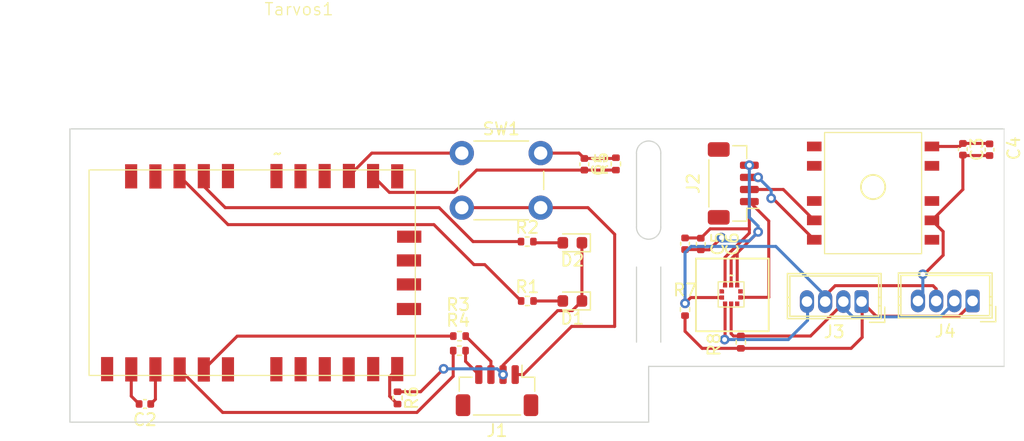
<source format=kicad_pcb>
(kicad_pcb (version 20240108) (generator "pcbnew") (generator_version "8.0")
  (layers (0 "F.Cu" signal) (31 "B.Cu" signal) (34 "B.Paste" user) (35 "F.Paste" user) (36 "B.SilkS" user "B.Silkscreen") (37 "F.SilkS" user "F.Silkscreen") (38 "B.Mask" user) (39 "F.Mask" user) (44 "Edge.Cuts" user))
  (net 0 "")
  (net 1 "GND")
  (net 2 "Net-(Tarvos1-MODE_1)")
  (net 3 "Net-(D1-A)")
  (net 4 "Net-(D2-A)")
  (net 5 "RX")
  (net 6 "TX")
  (net 7 "RX_GPS")
  (net 8 "TX_GPS")
  (net 9 "SCL_P")
  (net 10 "SDA_P")
  (net 17 "Net-(Tarvos1-TX_IND)")
  (net 18 "Net-(Tarvos1-RX_IND)")
  (net 19 "Net-(Tarvos1-UTXD)")
  (net 20 "Net-(Tarvos1-URXD)")
  (net 21 "Net-(Tarvos1-BOOT)")
  (net 41 "VDD_IO")
  (footprint "PA1010D:PA1010D" (layer "F.Cu") (at 158.2 50.9)
    (property "Reference" "PA1010D1" (hide yes))
    (property "Value" "~")
    (fp_rect (start 1 0) (end 9 -10) (stroke (width 0.1)) (fill none) (layer "F.SilkS"))
    (fp_circle (center 5 -5.5) (end 6 -5.5) (stroke (width 0.15)) (fill none) (layer "F.SilkS"))
    (pad "" np_thru_hole circle (at 5 -5.5) (size 1.6 1.6) (drill 1.6) (layers "F&B.Cu" "*.Mask"))
    (pad "1" smd rect (at 0.15 -8.85) (size 1.2 0.8) (layers "F.Cu" "F.Paste" "F.Mask"))
    (pad "2" smd rect (at 0.15 -7.25) (size 1.2 0.8) (layers "F.Cu" "F.Paste" "F.Mask"))
    (pad "3" smd rect (at 0.15 -4.35) (size 1.2 0.8) (layers "F.Cu" "F.Paste" "F.Mask"))
    (pad "4" smd rect (at 0.15 -2.75) (size 1.2 0.8) (layers "F.Cu" "F.Paste" "F.Mask") (net 8 "TX_GPS"))
    (pad "5" smd rect (at 0.15 -1.15) (size 1.2 0.8) (layers "F.Cu" "F.Paste" "F.Mask") (net 7 "RX_GPS"))
    (pad "6" smd rect (at 9.85 -1.15) (size 1.2 0.8) (layers "F.Cu" "F.Paste" "F.Mask"))
    (pad "7" smd rect (at 9.85 -2.75) (size 1.2 0.8) (layers "F.Cu" "F.Paste" "F.Mask") (net 1 "GND"))
    (pad "8" smd rect (at 9.85 -4.35) (size 1.2 0.8) (layers "F.Cu" "F.Paste" "F.Mask"))
    (pad "9" smd rect (at 9.85 -7.25) (size 1.2 0.8) (layers "F.Cu" "F.Paste" "F.Mask"))
    (pad "10" smd rect (at 9.85 -8.85) (size 1.2 0.8) (layers "F.Cu" "F.Paste" "F.Mask") (net 41 "VDD_IO"))
  )
  (footprint "Resistor_SMD:R_0402_1005Metric" (layer "F.Cu") (at 129.1 58.9 180)
    (property "Reference" "R3" (at 0.1 3.8 180) (layer "F.SilkS"))
    (property "Value" "1000" (hide yes))
    (fp_line (start -0.153641 0.38) (end 0.153641 0.38) (stroke (width 0.12)) (layer "F.SilkS"))
    (fp_line (start -0.153641 -0.38) (end 0.153641 -0.38) (stroke (width 0.12)) (layer "F.SilkS"))
    (pad "1" smd roundrect (at -0.51 0 180) (size 0.54 0.64) (layers "F.Cu" "F.Paste" "F.Mask") (net 6 "TX"))
    (pad "2" smd roundrect (at 0.51 0 180) (size 0.54 0.64) (layers "F.Cu" "F.Paste" "F.Mask") (net 19 "Net-(Tarvos1-UTXD)"))
  )
  (footprint "Resistor_SMD:R_0402_1005Metric" (layer "F.Cu") (at 129.11 57.7 180)
    (property "Reference" "R4" (at 0.11 1.3 180) (layer "F.SilkS"))
    (property "Value" "1000" (hide yes))
    (fp_line (start -0.153641 0.38) (end 0.153641 0.38) (stroke (width 0.12)) (layer "F.SilkS"))
    (fp_line (start -0.153641 -0.38) (end 0.153641 -0.38) (stroke (width 0.12)) (layer "F.SilkS"))
    (pad "1" smd roundrect (at -0.51 0 180) (size 0.54 0.64) (layers "F.Cu" "F.Paste" "F.Mask") (net 5 "RX"))
    (pad "2" smd roundrect (at 0.51 0 180) (size 0.54 0.64) (layers "F.Cu" "F.Paste" "F.Mask") (net 20 "Net-(Tarvos1-URXD)"))
  )
  (footprint "Connector_Wuerth:Wuerth_WR-WTB_64800411622_1x04_P1.50mm_Vertical" (layer "F.Cu") (at 171.4 54.8 180)
    (property "Reference" "J4" (at 2.25 -2.5 360) (layer "F.SilkS"))
    (property "Value" "Conn_01x04_Pin")
    (fp_line (start 6.11 2.31) (end 6.11 -1.41) (stroke (width 0.12)) (layer "F.SilkS"))
    (fp_line (start 6.11 -1.41) (end -1.61 -1.41) (stroke (width 0.12)) (layer "F.SilkS"))
    (fp_line (start 5.91 2.11) (end 5.91 0.35) (stroke (width 0.12)) (layer "F.SilkS"))
    (fp_line (start 5.91 0.35) (end 6.11 0.35) (stroke (width 0.12)) (layer "F.SilkS"))
    (fp_line (start 5.91 -0.35) (end 6.11 -0.35) (stroke (width 0.12)) (layer "F.SilkS"))
    (fp_line (start 5.91 -0.35) (end 5.91 0.35) (stroke (width 0.12)) (layer "F.SilkS"))
    (fp_line (start 5.91 -1.21) (end 5.91 -0.35) (stroke (width 0.12)) (layer "F.SilkS"))
    (fp_line (start -0.66 -1.71) (end -1.91 -1.71) (stroke (width 0.12)) (layer "F.SilkS"))
    (fp_line (start -1.41 2.11) (end 5.91 2.11) (stroke (width 0.12)) (layer "F.SilkS"))
    (fp_line (start -1.41 0.35) (end -1.41 2.11) (stroke (width 0.12)) (layer "F.SilkS"))
    (fp_line (start -1.41 0.35) (end -1.61 0.35) (stroke (width 0.12)) (layer "F.SilkS"))
    (fp_line (start -1.41 -0.35) (end -1.41 0.35) (stroke (width 0.12)) (layer "F.SilkS"))
    (fp_line (start -1.41 -0.35) (end -1.41 -1.21) (stroke (width 0.12)) (layer "F.SilkS"))
    (fp_line (start -1.41 -1.21) (end 5.91 -1.21) (stroke (width 0.12)) (layer "F.SilkS"))
    (fp_line (start -1.61 2.31) (end 6.11 2.31) (stroke (width 0.12)) (layer "F.SilkS"))
    (fp_line (start -1.61 -0.35) (end -1.41 -0.35) (stroke (width 0.12)) (layer "F.SilkS"))
    (fp_line (start -1.61 -1.41) (end -1.61 2.31) (stroke (width 0.12)) (layer "F.SilkS"))
    (fp_line (start -1.91 -1.71) (end -1.91 -0.46) (stroke (width 0.12)) (layer "F.SilkS"))
    (pad "1" thru_hole roundrect (at 0 0 180) (size 1.17 1.87) (drill 0.87) (layers "*.Cu" "*.Mask") (roundrect_rratio 0.213675) (net 41 "VDD_IO"))
    (pad "2" thru_hole oval (at 1.5 0 180) (size 1.17 1.87) (drill 0.87) (layers "*.Cu" "*.Mask") (net 10 "SDA_P"))
    (pad "3" thru_hole oval (at 3 0 180) (size 1.17 1.87) (drill 0.87) (layers "*.Cu" "*.Mask") (net 9 "SCL_P"))
    (pad "4" thru_hole oval (at 4.5 0 180) (size 1.17 1.87) (drill 0.87) (layers "*.Cu" "*.Mask") (net 1 "GND"))
  )
  (footprint "Capacitor_SMD:C_0402_1005Metric" (layer "F.Cu") (at 103.18 63.3 180)
    (property "Reference" "C2" (at 0 -1.3 360) (layer "F.SilkS"))
    (property "Value" "100u")
    (fp_line (start -0.107836 0.36) (end 0.107836 0.36) (stroke (width 0.12)) (layer "F.SilkS"))
    (fp_line (start -0.107836 -0.36) (end 0.107836 -0.36) (stroke (width 0.12)) (layer "F.SilkS"))
    (pad "1" smd roundrect (at -0.48 0 180) (size 0.56 0.62) (layers "F.Cu" "F.Paste" "F.Mask") (net 41 "VDD_IO"))
    (pad "2" smd roundrect (at 0.48 0 180) (size 0.56 0.62) (layers "F.Cu" "F.Paste" "F.Mask") (net 1 "GND"))
  )
  (footprint "Capacitor_SMD:C_0402_1005Metric" (layer "F.Cu") (at 149 50.1 90)
    (property "Reference" "C6" (at 0 2.6 90) (layer "F.SilkS"))
    (property "Value" "100n" (hide yes))
    (fp_line (start -0.107836 -0.36) (end 0.107836 -0.36) (stroke (width 0.12)) (layer "F.SilkS"))
    (fp_line (start -0.107836 0.36) (end 0.107836 0.36) (stroke (width 0.12)) (layer "F.SilkS"))
    (pad "1" smd roundrect (at -0.48 0 90) (size 0.56 0.62) (layers "F.Cu" "F.Paste" "F.Mask") (net 1 "GND"))
    (pad "2" smd roundrect (at 0.48 0 90) (size 0.56 0.62) (layers "F.Cu" "F.Paste" "F.Mask") (net 41 "VDD_IO"))
  )
  (footprint "WSEN-PADS:WSEN-PADS" (layer "F.Cu") (at 151.6 54.98)
    (property "Reference" "WSEN-PADS1" (hide yes))
    (property "Value" "~" (at -0.07 -2.3 0) (layer "F.SilkS") (effects (font (size 0.5 0.5) (thickness 0.125))))
    (fp_rect (start -1.17 -1.76) (end 0.96 0.32) (stroke (width 0.1)) (fill none) (layer "F.SilkS"))
    (pad "1" smd roundrect (at -0.87 -0.97 180) (size 0.375 0.35) (layers "F.Cu" "F.Paste" "F.Mask") (roundrect_rratio 0) (chamfer_ratio 0.2) (chamfer bottom_left) (net 41 "VDD_IO"))
    (pad "2" smd roundrect (at -0.87 -0.46 180) (size 0.375 0.35) (layers "F.Cu" "F.Paste" "F.Mask") (roundrect_rratio 0) (chamfer_ratio 0.2) (chamfer) (net 9 "SCL_P"))
    (pad "3" smd roundrect (at -0.6 0.05 90) (size 0.375 0.35) (layers "F.Cu" "F.Paste" "F.Mask") (roundrect_rratio 0) (chamfer_ratio 0.2) (chamfer) (net 1 "GND"))
    (pad "4" smd roundrect (at -0.1 0.05 90) (size 0.375 0.35) (layers "F.Cu" "F.Paste" "F.Mask") (roundrect_rratio 0) (chamfer_ratio 0.2) (chamfer) (net 10 "SDA_P"))
    (pad "5" smd roundrect (at 0.4 0.05 90) (size 0.375 0.35) (layers "F.Cu" "F.Paste" "F.Mask") (roundrect_rratio 0) (chamfer_ratio 0.2) (chamfer))
    (pad "6" smd roundrect (at 0.67 -0.47 180) (size 0.375 0.35) (layers "F.Cu" "F.Paste" "F.Mask") (roundrect_rratio 0) (chamfer_ratio 0.2) (chamfer) (net 41 "VDD_IO"))
    (pad "7" smd roundrect (at 0.67 -0.97 180) (size 0.375 0.35) (layers "F.Cu" "F.Paste" "F.Mask") (roundrect_rratio 0) (chamfer_ratio 0.2) (chamfer))
    (pad "8" smd roundrect (at 0.4 -1.48 90) (size 0.375 0.35) (layers "F.Cu" "F.Paste" "F.Mask") (roundrect_rratio 0) (chamfer_ratio 0.2) (chamfer) (net 1 "GND"))
    (pad "9" smd roundrect (at -0.1 -1.48 90) (size 0.375 0.35) (layers "F.Cu" "F.Paste" "F.Mask") (roundrect_rratio 0) (chamfer_ratio 0.2) (chamfer) (net 1 "GND"))
    (pad "10" smd roundrect (at -0.6 -1.48 90) (size 0.375 0.35) (layers "F.Cu" "F.Paste" "F.Mask") (roundrect_rratio 0) (chamfer_ratio 0.2) (chamfer) (net 41 "VDD_IO"))
  )
  (footprint "Capacitor_SMD:C_0402_1005Metric" (layer "F.Cu") (at 139.4 43.52 -90)
    (property "Reference" "C1" (at 0 -1.16 90) (layer "F.SilkS"))
    (property "Value" "10n" (hide yes))
    (fp_line (start -0.107836 0.36) (end 0.107836 0.36) (stroke (width 0.12)) (layer "F.SilkS"))
    (fp_line (start -0.107836 -0.36) (end 0.107836 -0.36) (stroke (width 0.12)) (layer "F.SilkS"))
    (pad "1" smd roundrect (at -0.48 0 270) (size 0.56 0.62) (layers "F.Cu" "F.Paste" "F.Mask") (net 2 "Net-(Tarvos1-MODE_1)"))
    (pad "2" smd roundrect (at 0.48 0 270) (size 0.56 0.62) (layers "F.Cu" "F.Paste" "F.Mask") (net 1 "GND"))
  )
  (footprint "Connector_Wuerth:Wuerth_WR-WTB_64800411622_1x04_P1.50mm_Vertical" (layer "F.Cu") (at 162.25 54.85 180)
    (property "Reference" "J3" (at 2.25 -2.5 360) (layer "F.SilkS"))
    (property "Value" "Conn_01x04_Pin")
    (fp_line (start 6.11 2.31) (end 6.11 -1.41) (stroke (width 0.12)) (layer "F.SilkS"))
    (fp_line (start 6.11 -1.41) (end -1.61 -1.41) (stroke (width 0.12)) (layer "F.SilkS"))
    (fp_line (start 5.91 2.11) (end 5.91 0.35) (stroke (width 0.12)) (layer "F.SilkS"))
    (fp_line (start 5.91 0.35) (end 6.11 0.35) (stroke (width 0.12)) (layer "F.SilkS"))
    (fp_line (start 5.91 -0.35) (end 6.11 -0.35) (stroke (width 0.12)) (layer "F.SilkS"))
    (fp_line (start 5.91 -0.35) (end 5.91 0.35) (stroke (width 0.12)) (layer "F.SilkS"))
    (fp_line (start 5.91 -1.21) (end 5.91 -0.35) (stroke (width 0.12)) (layer "F.SilkS"))
    (fp_line (start -0.66 -1.71) (end -1.91 -1.71) (stroke (width 0.12)) (layer "F.SilkS"))
    (fp_line (start -1.41 2.11) (end 5.91 2.11) (stroke (width 0.12)) (layer "F.SilkS"))
    (fp_line (start -1.41 0.35) (end -1.41 2.11) (stroke (width 0.12)) (layer "F.SilkS"))
    (fp_line (start -1.41 0.35) (end -1.61 0.35) (stroke (width 0.12)) (layer "F.SilkS"))
    (fp_line (start -1.41 -0.35) (end -1.41 0.35) (stroke (width 0.12)) (layer "F.SilkS"))
    (fp_line (start -1.41 -0.35) (end -1.41 -1.21) (stroke (width 0.12)) (layer "F.SilkS"))
    (fp_line (start -1.41 -1.21) (end 5.91 -1.21) (stroke (width 0.12)) (layer "F.SilkS"))
    (fp_line (start -1.61 2.31) (end 6.11 2.31) (stroke (width 0.12)) (layer "F.SilkS"))
    (fp_line (start -1.61 -0.35) (end -1.41 -0.35) (stroke (width 0.12)) (layer "F.SilkS"))
    (fp_line (start -1.61 -1.41) (end -1.61 2.31) (stroke (width 0.12)) (layer "F.SilkS"))
    (fp_line (start -1.91 -1.71) (end -1.91 -0.46) (stroke (width 0.12)) (layer "F.SilkS"))
    (pad "1" thru_hole roundrect (at 0 0 180) (size 1.17 1.87) (drill 0.87) (layers "*.Cu" "*.Mask") (roundrect_rratio 0.213675) (net 41 "VDD_IO"))
    (pad "2" thru_hole oval (at 1.5 0 180) (size 1.17 1.87) (drill 0.87) (layers "*.Cu" "*.Mask") (net 10 "SDA_P"))
    (pad "3" thru_hole oval (at 3 0 180) (size 1.17 1.87) (drill 0.87) (layers "*.Cu" "*.Mask") (net 9 "SCL_P"))
    (pad "4" thru_hole oval (at 4.5 0 180) (size 1.17 1.87) (drill 0.87) (layers "*.Cu" "*.Mask") (net 1 "GND"))
  )
  (footprint "Capacitor_SMD:C_0402_1005Metric" (layer "F.Cu") (at 172.8 42.32 -90)
    (property "Reference" "C4" (at -0.12 -2 90) (layer "F.SilkS"))
    (property "Value" "100u")
    (fp_line (start -0.107836 0.36) (end 0.107836 0.36) (stroke (width 0.12)) (layer "F.SilkS"))
    (fp_line (start -0.107836 -0.36) (end 0.107836 -0.36) (stroke (width 0.12)) (layer "F.SilkS"))
    (pad "1" smd roundrect (at -0.48 0 270) (size 0.56 0.62) (layers "F.Cu" "F.Paste" "F.Mask") (net 41 "VDD_IO"))
    (pad "2" smd roundrect (at 0.48 0 270) (size 0.56 0.62) (layers "F.Cu" "F.Paste" "F.Mask") (net 1 "GND"))
  )
  (footprint "Resistor_SMD:R_0402_1005Metric" (layer "F.Cu") (at 134.7 54.8)
    (property "Reference" "R1" (at 0 -1.17 0) (layer "F.SilkS"))
    (property "Value" "220")
    (fp_line (start -0.153641 -0.38) (end 0.153641 -0.38) (stroke (width 0.12)) (layer "F.SilkS"))
    (fp_line (start -0.153641 0.38) (end 0.153641 0.38) (stroke (width 0.12)) (layer "F.SilkS"))
    (pad "1" smd roundrect (at -0.51 0) (size 0.54 0.64) (layers "F.Cu" "F.Paste" "F.Mask") (net 17 "Net-(Tarvos1-TX_IND)"))
    (pad "2" smd roundrect (at 0.51 0) (size 0.54 0.64) (layers "F.Cu" "F.Paste" "F.Mask") (net 3 "Net-(D1-A)"))
  )
  (footprint "Resistor_SMD:R_0402_1005Metric" (layer "F.Cu") (at 124 62.8 -90)
    (property "Reference" "R6" (at 0 -1.17 90) (layer "F.SilkS"))
    (property "Value" "220" (hide yes))
    (fp_line (start -0.153641 0.38) (end 0.153641 0.38) (stroke (width 0.12)) (layer "F.SilkS"))
    (fp_line (start -0.153641 -0.38) (end 0.153641 -0.38) (stroke (width 0.12)) (layer "F.SilkS"))
    (pad "1" smd roundrect (at -0.51 0 270) (size 0.54 0.64) (layers "F.Cu" "F.Paste" "F.Mask") (net 1 "GND"))
    (pad "2" smd roundrect (at 0.51 0 270) (size 0.54 0.64) (layers "F.Cu" "F.Paste" "F.Mask") (net 21 "Net-(Tarvos1-BOOT)"))
  )
  (footprint "Connector_JST:JST_SH_BM04B-SRSS-TB_1x04-1MP_P1.00mm_Vertical" (layer "F.Cu") (at 132.2 62.2 180)
    (property "Reference" "J1" (at 0 -3.3 360) (layer "F.SilkS"))
    (property "Value" "Conn_01x04_Pin" (hide yes))
    (fp_line (start 3.11 1.11) (end 2.06 1.11) (stroke (width 0.12)) (layer "F.SilkS"))
    (fp_line (start 3.11 -0.04) (end 3.11 1.11) (stroke (width 0.12)) (layer "F.SilkS"))
    (fp_line (start -1.94 -2.01) (end 1.94 -2.01) (stroke (width 0.12)) (layer "F.SilkS"))
    (fp_line (start -2.06 1.11) (end -2.06 2.1) (stroke (width 0.12)) (layer "F.SilkS"))
    (fp_line (start -3.11 1.11) (end -2.06 1.11) (stroke (width 0.12)) (layer "F.SilkS"))
    (fp_line (start -3.11 -0.04) (end -3.11 1.11) (stroke (width 0.12)) (layer "F.SilkS"))
    (pad "1" smd roundrect (at -1.5 1.325 180) (size 0.6 1.55) (layers "F.Cu" "F.Paste" "F.Mask") (net 41 "VDD_IO"))
    (pad "2" smd roundrect (at -0.5 1.325 180) (size 0.6 1.55) (layers "F.Cu" "F.Paste" "F.Mask") (net 1 "GND"))
    (pad "3" smd roundrect (at 0.5 1.325 180) (size 0.6 1.55) (layers "F.Cu" "F.Paste" "F.Mask") (net 5 "RX"))
    (pad "4" smd roundrect (at 1.5 1.325 180) (size 0.6 1.55) (layers "F.Cu" "F.Paste" "F.Mask") (net 6 "TX"))
    (pad "MP" smd roundrect (at -2.8 -1.2 180) (size 1.2 1.8) (layers "F.Cu" "F.Paste" "F.Mask") (roundrect_rratio 0.208333))
    (pad "MP" smd roundrect (at 2.8 -1.2 180) (size 1.2 1.8) (layers "F.Cu" "F.Paste" "F.Mask") (roundrect_rratio 0.208333))
  )
  (footprint "Resistor_SMD:R_0402_1005Metric" (layer "F.Cu") (at 134.69 49.9)
    (property "Reference" "R2" (at 0 -1.17 0) (layer "F.SilkS"))
    (property "Value" "220")
    (fp_line (start -0.153641 -0.38) (end 0.153641 -0.38) (stroke (width 0.12)) (layer "F.SilkS"))
    (fp_line (start -0.153641 0.38) (end 0.153641 0.38) (stroke (width 0.12)) (layer "F.SilkS"))
    (pad "1" smd roundrect (at -0.51 0) (size 0.54 0.64) (layers "F.Cu" "F.Paste" "F.Mask") (net 18 "Net-(Tarvos1-RX_IND)"))
    (pad "2" smd roundrect (at 0.51 0) (size 0.54 0.64) (layers "F.Cu" "F.Paste" "F.Mask") (net 4 "Net-(D2-A)"))
  )
  (footprint "Tarvos III:Tarvos III" (layer "F.Cu") (at 115.885 35.595)
    (property "Reference" "Tarvos1" (at 0 -4.87 0) (layer "F.SilkS") (effects (font (thickness 0.1))))
    (property "Value" "~" (at -1.77 7.03 0) (layer "F.SilkS"))
    (fp_rect (start -17.31 8.39) (end 9.58 25.35) (stroke (width 0.1)) (fill none) (layer "F.SilkS"))
    (pad "1" smd rect (at -15.82 24.83) (size 1 2) (layers "F.Cu" "F.Paste" "F.Mask"))
    (pad "2" smd rect (at -13.83 24.85) (size 1 2) (layers "F.Cu" "F.Paste" "F.Mask") (net 1 "GND"))
    (pad "3" smd rect (at -11.84 24.85) (size 1 2) (layers "F.Cu" "F.Paste" "F.Mask") (net 41 "VDD_IO"))
    (pad "4" smd rect (at -9.84 24.86) (size 1 2) (layers "F.Cu" "F.Paste" "F.Mask") (net 19 "Net-(Tarvos1-UTXD)"))
    (pad "5" smd rect (at -7.85 24.86) (size 1 2) (layers "F.Cu" "F.Paste" "F.Mask") (net 20 "Net-(Tarvos1-URXD)"))
    (pad "6" smd rect (at -5.86 24.85) (size 1 2) (layers "F.Cu" "F.Paste" "F.Mask"))
    (pad "7" smd rect (at -1.87 24.84) (size 1 2) (layers "F.Cu" "F.Paste" "F.Mask"))
    (pad "8" smd rect (at 0.13 24.84) (size 1 2) (layers "F.Cu" "F.Paste" "F.Mask"))
    (pad "9" smd rect (at 2.12 24.84) (size 1 2) (layers "F.Cu" "F.Paste" "F.Mask"))
    (pad "10" smd rect (at 4.09 24.85) (size 1 2) (layers "F.Cu" "F.Paste" "F.Mask"))
    (pad "11" smd rect (at 6.11 24.83) (size 1 2) (layers "F.Cu" "F.Paste" "F.Mask"))
    (pad "12" smd rect (at 8.09 24.83) (size 1 2) (layers "F.Cu" "F.Paste" "F.Mask") (net 21 "Net-(Tarvos1-BOOT)"))
    (pad "13" smd rect (at 8.09 8.92) (size 1 2) (layers "F.Cu" "F.Paste" "F.Mask"))
    (pad "14" smd rect (at 6.1 8.9) (size 1 2) (layers "F.Cu" "F.Paste" "F.Mask") (net 1 "GND"))
    (pad "15" smd rect (at 4.11 8.89) (size 1 2) (layers "F.Cu" "F.Paste" "F.Mask") (net 2 "Net-(Tarvos1-MODE_1)"))
    (pad "16" smd rect (at 2.11 8.9) (size 1 2) (layers "F.Cu" "F.Paste" "F.Mask"))
    (pad "17" smd rect (at 0.12 8.91) (size 1 2) (layers "F.Cu" "F.Paste" "F.Mask"))
    (pad "18" smd rect (at -1.86 8.9) (size 1 2) (layers "F.Cu" "F.Paste" "F.Mask"))
    (pad "19" smd rect (at -5.86 8.9) (size 1 2) (layers "F.Cu" "F.Paste" "F.Mask"))
    (pad "20" smd rect (at -7.85 8.91) (size 1 2) (layers "F.Cu" "F.Paste" "F.Mask") (net 18 "Net-(Tarvos1-RX_IND)"))
    (pad "21" smd rect (at -9.85 8.91) (size 1 2) (layers "F.Cu" "F.Paste" "F.Mask") (net 17 "Net-(Tarvos1-TX_IND)"))
    (pad "22" smd rect (at -11.84 8.93) (size 1 2) (layers "F.Cu" "F.Paste" "F.Mask"))
    (pad "23" smd rect (at -13.84 8.92) (size 1 2) (layers "F.Cu" "F.Paste" "F.Mask") (net 1 "GND"))
    (pad "i1" smd rect (at 9.06 19.87 90) (size 1 2) (layers "F.Cu" "F.Paste" "F.Mask"))
    (pad "i2" smd rect (at 9.06 17.84 90) (size 1 2) (layers "F.Cu" "F.Paste" "F.Mask"))
    (pad "i3" smd rect (at 9.06 15.86 90) (size 1 2) (layers "F.Cu" "F.Paste" "F.Mask"))
    (pad "i4" smd rect (at 9.08 13.9 90) (size 1 2) (layers "F.Cu" "F.Paste" "F.Mask"))
  )
  (footprint "Capacitor_SMD:C_0402_1005Metric" (layer "F.Cu") (at 170.6 42.28 -90)
    (property "Reference" "C3" (at 0 -1.16 90) (layer "F.SilkS"))
    (property "Value" "100u")
    (fp_line (start -0.107836 0.36) (end 0.107836 0.36) (stroke (width 0.12)) (layer "F.SilkS"))
    (fp_line (start -0.107836 -0.36) (end 0.107836 -0.36) (stroke (width 0.12)) (layer "F.SilkS"))
    (pad "1" smd roundrect (at -0.48 0 270) (size 0.56 0.62) (layers "F.Cu" "F.Paste" "F.Mask") (net 41 "VDD_IO"))
    (pad "2" smd roundrect (at 0.48 0 270) (size 0.56 0.62) (layers "F.Cu" "F.Paste" "F.Mask") (net 1 "GND"))
  )
  (footprint "Resistor_SMD:R_0402_1005Metric" (layer "F.Cu") (at 152.3 58.2 90)
    (property "Reference" "R8" (at -0.2 -2.2 90) (layer "F.SilkS"))
    (property "Value" "2.2k")
    (fp_line (start -0.153641 -0.38) (end 0.153641 -0.38) (stroke (width 0.12)) (layer "F.SilkS"))
    (fp_line (start -0.153641 0.38) (end 0.153641 0.38) (stroke (width 0.12)) (layer "F.SilkS"))
    (pad "1" smd roundrect (at -0.51 0 90) (size 0.54 0.64) (layers "F.Cu" "F.Paste" "F.Mask") (net 41 "VDD_IO"))
    (pad "2" smd roundrect (at 0.51 0 90) (size 0.54 0.64) (layers "F.Cu" "F.Paste" "F.Mask") (net 10 "SDA_P"))
  )
  (footprint "Capacitor_SMD:C_0402_1005Metric" (layer "F.Cu") (at 147.7 50.08 90)
    (property "Reference" "C5" (at 0 2.7 90) (layer "F.SilkS"))
    (property "Value" "4.7u" (hide yes))
    (fp_line (start -0.107836 -0.36) (end 0.107836 -0.36) (stroke (width 0.12)) (layer "F.SilkS"))
    (fp_line (start -0.107836 0.36) (end 0.107836 0.36) (stroke (width 0.12)) (layer "F.SilkS"))
    (pad "1" smd roundrect (at -0.48 0 90) (size 0.56 0.62) (layers "F.Cu" "F.Paste" "F.Mask") (net 1 "GND"))
    (pad "2" smd roundrect (at 0.48 0 90) (size 0.56 0.62) (layers "F.Cu" "F.Paste" "F.Mask") (net 41 "VDD_IO"))
  )
  (footprint "LED_SMD:LED_0603_1608Metric" (layer "F.Cu") (at 138.4125 50 180)
    (property "Reference" "D2" (at 0 -1.43 360) (layer "F.SilkS"))
    (property "Value" "LED_Small")
    (fp_line (start 0.8 -0.735) (end -1.485 -0.735) (stroke (width 0.12)) (layer "F.SilkS"))
    (fp_line (start -1.485 0.735) (end 0.8 0.735) (stroke (width 0.12)) (layer "F.SilkS"))
    (fp_line (start -1.485 -0.735) (end -1.485 0.735) (stroke (width 0.12)) (layer "F.SilkS"))
    (pad "1" smd roundrect (at -0.7875 0 180) (size 0.875 0.95) (layers "F.Cu" "F.Paste" "F.Mask") (net 1 "GND"))
    (pad "2" smd roundrect (at 0.7875 0 180) (size 0.875 0.95) (layers "F.Cu" "F.Paste" "F.Mask") (net 4 "Net-(D2-A)"))
  )
  (footprint "Button_Switch_THT:SW_PUSH_6mm" (layer "F.Cu") (at 129.3 42.6)
    (property "Reference" "SW1" (at 3.25 -2 0) (layer "F.SilkS"))
    (property "Value" "SW_Push")
    (fp_line (start -0.25 1.5) (end -0.25 3) (stroke (width 0.12)) (layer "F.SilkS"))
    (fp_line (start 1 5.5) (end 5.5 5.5) (stroke (width 0.12)) (layer "F.SilkS"))
    (fp_line (start 5.5 -1) (end 1 -1) (stroke (width 0.12)) (layer "F.SilkS"))
    (fp_line (start 6.75 3) (end 6.75 1.5) (stroke (width 0.12)) (layer "F.SilkS"))
    (pad "1" thru_hole circle (at 0 0 90) (size 2 2) (drill 1.1) (layers "*.Cu" "*.Mask") (net 2 "Net-(Tarvos1-MODE_1)"))
    (pad "1" thru_hole circle (at 6.5 0 90) (size 2 2) (drill 1.1) (layers "*.Cu" "*.Mask") (net 2 "Net-(Tarvos1-MODE_1)"))
    (pad "2" thru_hole circle (at 0 4.5 90) (size 2 2) (drill 1.1) (layers "*.Cu" "*.Mask") (net 41 "VDD_IO"))
    (pad "2" thru_hole circle (at 6.5 4.5 90) (size 2 2) (drill 1.1) (layers "*.Cu" "*.Mask") (net 41 "VDD_IO"))
  )
  (footprint "LED_SMD:LED_0603_1608Metric" (layer "F.Cu") (at 138.4125 54.8 180)
    (property "Reference" "D1" (at 0 -1.43 360) (layer "F.SilkS"))
    (property "Value" "LED_Small")
    (fp_line (start 0.8 -0.735) (end -1.485 -0.735) (stroke (width 0.12)) (layer "F.SilkS"))
    (fp_line (start -1.485 0.735) (end 0.8 0.735) (stroke (width 0.12)) (layer "F.SilkS"))
    (fp_line (start -1.485 -0.735) (end -1.485 0.735) (stroke (width 0.12)) (layer "F.SilkS"))
    (pad "1" smd roundrect (at -0.7875 0 180) (size 0.875 0.95) (layers "F.Cu" "F.Paste" "F.Mask") (net 1 "GND"))
    (pad "2" smd roundrect (at 0.7875 0 180) (size 0.875 0.95) (layers "F.Cu" "F.Paste" "F.Mask") (net 3 "Net-(D1-A)"))
  )
  (footprint "Connector_JST:JST_SH_BM04B-SRSS-TB_1x04-1MP_P1.00mm_Vertical" (layer "F.Cu") (at 151.675 45.1 90)
    (property "Reference" "J2" (at 0 -3.3 90) (layer "F.SilkS"))
    (property "Value" "Conn_01x04_Pin")
    (fp_line (start -1.94 -2.01) (end 1.94 -2.01) (stroke (width 0.12)) (layer "F.SilkS"))
    (fp_line (start 3.11 -0.04) (end 3.11 1.11) (stroke (width 0.12)) (layer "F.SilkS"))
    (fp_line (start -3.11 -0.04) (end -3.11 1.11) (stroke (width 0.12)) (layer "F.SilkS"))
    (fp_line (start 3.11 1.11) (end 2.06 1.11) (stroke (width 0.12)) (layer "F.SilkS"))
    (fp_line (start -2.06 1.11) (end -2.06 2.1) (stroke (width 0.12)) (layer "F.SilkS"))
    (fp_line (start -3.11 1.11) (end -2.06 1.11) (stroke (width 0.12)) (layer "F.SilkS"))
    (pad "1" smd roundrect (at -1.5 1.325 90) (size 0.6 1.55) (layers "F.Cu" "F.Paste" "F.Mask") (net 41 "VDD_IO"))
    (pad "2" smd roundrect (at -0.5 1.325 90) (size 0.6 1.55) (layers "F.Cu" "F.Paste" "F.Mask") (net 8 "TX_GPS"))
    (pad "3" smd roundrect (at 0.5 1.325 90) (size 0.6 1.55) (layers "F.Cu" "F.Paste" "F.Mask") (net 7 "RX_GPS"))
    (pad "4" smd roundrect (at 1.5 1.325 90) (size 0.6 1.55) (layers "F.Cu" "F.Paste" "F.Mask") (net 1 "GND"))
    (pad "MP" smd roundrect (at -2.8 -1.2 90) (size 1.2 1.8) (layers "F.Cu" "F.Paste" "F.Mask") (roundrect_rratio 0.208333))
    (pad "MP" smd roundrect (at 2.8 -1.2 90) (size 1.2 1.8) (layers "F.Cu" "F.Paste" "F.Mask") (roundrect_rratio 0.208333))
  )
  (footprint "Resistor_SMD:R_0402_1005Metric" (layer "F.Cu") (at 142 43.49 90)
    (property "Reference" "R5" (at 0 -1.17 90) (layer "F.SilkS"))
    (property "Value" "10k" (hide yes))
    (fp_line (start -0.153641 -0.38) (end 0.153641 -0.38) (stroke (width 0.12)) (layer "F.SilkS"))
    (fp_line (start -0.153641 0.38) (end 0.153641 0.38) (stroke (width 0.12)) (layer "F.SilkS"))
    (pad "1" smd roundrect (at -0.51 0 90) (size 0.54 0.64) (layers "F.Cu" "F.Paste" "F.Mask") (net 1 "GND"))
    (pad "2" smd roundrect (at 0.51 0 90) (size 0.54 0.64) (layers "F.Cu" "F.Paste" "F.Mask") (net 2 "Net-(Tarvos1-MODE_1)"))
  )
  (footprint "Resistor_SMD:R_0402_1005Metric" (layer "F.Cu") (at 147.7 55.5 -90)
    (property "Reference" "R7" (at -1.6 0 180) (layer "F.SilkS"))
    (property "Value" "2.2k")
    (fp_line (start -0.153641 0.38) (end 0.153641 0.38) (stroke (width 0.12)) (layer "F.SilkS"))
    (fp_line (start -0.153641 -0.38) (end 0.153641 -0.38) (stroke (width 0.12)) (layer "F.SilkS"))
    (pad "1" smd roundrect (at -0.51 0 270) (size 0.54 0.64) (layers "F.Cu" "F.Paste" "F.Mask") (net 9 "SCL_P"))
    (pad "2" smd roundrect (at 0.51 0 270) (size 0.54 0.64) (layers "F.Cu" "F.Paste" "F.Mask") (net 41 "VDD_IO"))
  )
  (gr_rect (start 148.6 51.3) (end 154.6 57.3) (stroke (width 0.15)) (fill none) (layer "F.SilkS"))
  (gr_line (start 143.7 42.6) (end 143.7 48.7) (stroke (width 0.1)) (layer "Edge.Cuts"))
  (gr_line (start 97 40.6) (end 174 40.6) (stroke (width 0.1)) (layer "Edge.Cuts"))
  (gr_line (start 144.7 64.8) (end 97 64.8) (stroke (width 0.1)) (layer "Edge.Cuts"))
  (gr_line (start 97 64.8) (end 97 40.6) (stroke (width 0.1)) (layer "Edge.Cuts"))
  (gr_line (start 174 40.6) (end 174 60.2) (stroke (width 0.05)) (layer "Edge.Cuts"))
  (gr_arc (start 145.704987 48.7) (mid 144.7 49.704987) (end 143.695013 48.7) (stroke (width 0.1)) (layer "Edge.Cuts"))
  (gr_line (start 143.7 52) (end 143.7 58.2) (stroke (width 0.1)) (layer "Edge.Cuts"))
  (gr_line (start 174 60.2) (end 144.7 60.2) (stroke (width 0.1)) (layer "Edge.Cuts"))
  (gr_line (start 144.7 64.8) (end 144.7 60.2) (stroke (width 0.1)) (layer "Edge.Cuts"))
  (gr_line (start 145.7 42.6) (end 145.7 48.7) (stroke (width 0.1)) (layer "Edge.Cuts"))
  (gr_arc (start 143.695013 42.604987) (mid 144.7 41.6) (end 145.704987 42.604987) (stroke (width 0.1)) (layer "Edge.Cuts"))
  (gr_line (start 145.7 52) (end 145.7 58.2) (stroke (width 0.1)) (layer "Edge.Cuts"))
  (segment (start 139.4 44) (end 142 44) (width 0.25) (layer "F.Cu") (net 1))
  (segment (start 132.7 60.875) (end 132.7 60.100001) (width 0.25) (layer "F.Cu") (net 1))
  (segment (start 125.91 62.29) (end 127.8 60.4) (width 0.25) (layer "F.Cu") (net 1))
  (segment (start 151 57.946114) (end 150.961113 57.985001) (width 0.25) (layer "F.Cu") (net 1))
  (segment (start 168.975 49.075) (end 168.975 51.025) (width 0.25) (layer "F.Cu") (net 1))
  (segment (start 170.64 42.8) (end 170.6 42.76) (width 0.25) (layer "F.Cu") (net 1))
  (segment (start 151 55.03) (end 151 57.946114) (width 0.25) (layer "F.Cu") (net 1))
  (segment (start 147.7 50.56) (end 148.98 50.56) (width 0.25) (layer "F.Cu") (net 1))
  (segment (start 148.98 50.56) (end 149 50.58) (width 0.25) (layer "F.Cu") (net 1))
  (segment (start 152 50.836396) (end 152.018198 50.818198) (width 0.25) (layer "F.Cu") (net 1))
  (segment (start 152.018198 50.818198) (end 153.725 49.111396) (width 0.25) (layer "F.Cu") (net 1))
  (segment (start 138.4 55.6) (end 139.2 54.8) (width 0.25) (layer "F.Cu") (net 1))
  (segment (start 139.2 54.8) (end 139.2 50) (width 0.25) (layer "F.Cu") (net 1))
  (segment (start 128.686167 45.84) (end 130.526167 44) (width 0.25) (layer "F.Cu") (net 1))
  (segment (start 151.5 51.336396) (end 152.018198 50.818198) (width 0.25) (layer "F.Cu") (net 1))
  (segment (start 172.8 42.8) (end 170.64 42.8) (width 0.25) (layer "F.Cu") (net 1))
  (segment (start 132.7 60.100001) (end 137.200001 55.6) (width 0.25) (layer "F.Cu") (net 1))
  (segment (start 170.6 45.6) (end 170.6 42.76) (width 0.25) (layer "F.Cu") (net 1))
  (segment (start 151.5 53.5) (end 151.5 51.336396) (width 0.25) (layer "F.Cu") (net 1))
  (segment (start 149 50.58) (end 149.695 50.58) (width 0.25) (layer "F.Cu") (net 1))
  (segment (start 124 62.29) (end 125.91 62.29) (width 0.25) (layer "F.Cu") (net 1))
  (segment (start 152 53.5) (end 152 50.836396) (width 0.25) (layer "F.Cu") (net 1))
  (segment (start 121.985 44.495) (end 123.33 45.84) (width 0.25) (layer "F.Cu") (net 1))
  (segment (start 153.725 49.111396) (end 153.725 49.1) (width 0.25) (layer "F.Cu") (net 1))
  (segment (start 102.055 62.655) (end 102.7 63.3) (width 0.25) (layer "F.Cu") (net 1))
  (segment (start 123.33 45.84) (end 128.686167 45.84) (width 0.25) (layer "F.Cu") (net 1))
  (segment (start 168.975 51.025) (end 167.4 52.6) (width 0.25) (layer "F.Cu") (net 1))
  (segment (start 130.526167 44) (end 139.4 44) (width 0.25) (layer "F.Cu") (net 1))
  (segment (start 168.05 48.15) (end 168.975 49.075) (width 0.25) (layer "F.Cu") (net 1))
  (segment (start 167.4 52.6) (end 167.3 52.6) (width 0.25) (layer "F.Cu") (net 1))
  (segment (start 102.055 60.445) (end 102.055 62.655) (width 0.25) (layer "F.Cu") (net 1))
  (segment (start 149.695 50.58) (end 150.7 49.575) (width 0.25) (layer "F.Cu") (net 1))
  (segment (start 137.200001 55.6) (end 138.4 55.6) (width 0.25) (layer "F.Cu") (net 1))
  (segment (start 168.05 48.15) (end 170.6 45.6) (width 0.25) (layer "F.Cu") (net 1))
  (via (at 153 43.6) (size 0.8) (drill 0.4) (layers "F.Cu" "B.Cu") (net 1))
  (via (at 150.961113 57.985001) (size 0.8) (drill 0.4) (layers "F.Cu" "B.Cu") (net 1))
  (via (at 132.7 60.875) (size 0.8) (drill 0.4) (layers "F.Cu" "B.Cu") (net 1))
  (via (at 150.7 49.575) (size 0.8) (drill 0.4) (layers "F.Cu" "B.Cu") (net 1))
  (via (at 153.725 49.1) (size 0.8) (drill 0.4) (layers "F.Cu" "B.Cu") (net 1))
  (via (at 167.3 52.6) (size 0.8) (drill 0.4) (layers "F.Cu" "B.Cu") (net 1))
  (via (at 127.8 60.4) (size 0.8) (drill 0.4) (layers "F.Cu" "B.Cu") (net 1))
  (segment (start 127.8 60.4) (end 132.225 60.4) (width 0.25) (layer "B.Cu") (net 1))
  (segment (start 153 47.9) (end 153 43.6) (width 0.25) (layer "B.Cu") (net 1))
  (segment (start 150.7 49.8) (end 150.75 49.85) (width 0.25) (layer "B.Cu") (net 1))
  (segment (start 156.214999 57.985001) (end 157.8 56.4) (width 0.25) (layer "B.Cu") (net 1))
  (segment (start 152.975 49.85) (end 153.725 49.1) (width 0.25) (layer "B.Cu") (net 1))
  (segment (start 157.8 56.4) (end 157.8 55) (width 0.25) (layer "B.Cu") (net 1))
  (segment (start 150.7 49.575) (end 150.7 49.8) (width 0.25) (layer "B.Cu") (net 1))
  (segment (start 153.725 48.625) (end 153 47.9) (width 0.25) (layer "B.Cu") (net 1))
  (segment (start 150.75 49.85) (end 152.975 49.85) (width 0.25) (layer "B.Cu") (net 1))
  (segment (start 153.725 49.1) (end 153.725 48.625) (width 0.25) (layer "B.Cu") (net 1))
  (segment (start 167.3 54.4) (end 166.9 54.8) (width 0.25) (layer "B.Cu") (net 1))
  (segment (start 167.3 52.6) (end 167.3 54.4) (width 0.25) (layer "B.Cu") (net 1))
  (segment (start 132.225 60.4) (end 132.7 60.875) (width 0.25) (layer "B.Cu") (net 1))
  (segment (start 150.961113 57.985001) (end 156.214999 57.985001) (width 0.25) (layer "B.Cu") (net 1))
  (segment (start 119.995 44.485) (end 121.88 42.6) (width 0.25) (layer "F.Cu") (net 2))
  (segment (start 138.96 42.6) (end 139.4 43.04) (width 0.25) (layer "F.Cu") (net 2))
  (segment (start 121.88 42.6) (end 129.3 42.6) (width 0.25) (layer "F.Cu") (net 2))
  (segment (start 135.8 42.6) (end 138.96 42.6) (width 0.25) (layer "F.Cu") (net 2))
  (segment (start 139.4 43.04) (end 141.94 43.04) (width 0.25) (layer "F.Cu") (net 2))
  (segment (start 141.94 43.04) (end 142 42.98) (width 0.25) (layer "F.Cu") (net 2))
  (segment (start 135.21 54.8) (end 137.625 54.8) (width 0.25) (layer "F.Cu") (net 3))
  (segment (start 137.625 50) (end 135.3 50) (width 0.25) (layer "F.Cu") (net 4))
  (segment (start 135.3 50) (end 135.2 49.9) (width 0.25) (layer "F.Cu") (net 4))
  (segment (start 129.62 57.7) (end 131.7 59.78) (width 0.25) (layer "F.Cu") (net 5))
  (segment (start 131.7 59.78) (end 131.7 60.875) (width 0.25) (layer "F.Cu") (net 5))
  (segment (start 129.61 59.785) (end 130.7 60.875) (width 0.25) (layer "F.Cu") (net 6))
  (segment (start 129.61 58.9) (end 129.61 59.785) (width 0.25) (layer "F.Cu") (net 6))
  (segment (start 154.925 46.325) (end 154.8 46.325) (width 0.25) (layer "F.Cu") (net 7))
  (segment (start 158.35 49.75) (end 154.925 46.325) (width 0.25) (layer "F.Cu") (net 7))
  (via (at 153.725 44.6) (size 0.8) (drill 0.4) (layers "F.Cu" "B.Cu") (net 7))
  (via (at 154.8 46.325) (size 0.8) (drill 0.4) (layers "F.Cu" "B.Cu") (net 7))
  (segment (start 154.8 45.675) (end 154.8 46.325) (width 0.25) (layer "B.Cu") (net 7))
  (segment (start 153.725 44.6) (end 154.8 45.675) (width 0.25) (layer "B.Cu") (net 7))
  (segment (start 158.35 48.15) (end 155.8 45.6) (width 0.25) (layer "F.Cu") (net 8))
  (segment (start 155.8 45.6) (end 153 45.6) (width 0.25) (layer "F.Cu") (net 8))
  (segment (start 168.14 53.54) (end 168.4 53.8) (width 0.25) (layer "F.Cu") (net 9))
  (segment (start 147.7 54.99) (end 148.1725 54.5175) (width 0.25) (layer "F.Cu") (net 9))
  (segment (start 159.25 54.85) (end 159.25 54.365) (width 0.25) (layer "F.Cu") (net 9))
  (segment (start 148.1725 54.5175) (end 150.69038 54.5175) (width 0.25) (layer "F.Cu") (net 9))
  (segment (start 160.075 53.54) (end 168.14 53.54) (width 0.25) (layer "F.Cu") (net 9))
  (segment (start 168.4 53.8) (end 168.4 54.8) (width 0.25) (layer "F.Cu") (net 9))
  (segment (start 159.25 54.365) (end 160.075 53.54) (width 0.25) (layer "F.Cu") (net 9))
  (via (at 147.7 55) (size 0.8) (drill 0.4) (layers "F.Cu" "B.Cu") (net 9))
  (segment (start 159.25 54.365) (end 155.185 50.3) (width 0.25) (layer "B.Cu") (net 9))
  (segment (start 148.2 50.3) (end 147.7 50.8) (width 0.25) (layer "B.Cu") (net 9))
  (segment (start 155.185 50.3) (end 148.2 50.3) (width 0.25) (layer "B.Cu") (net 9))
  (segment (start 147.7 50.8) (end 147.7 55) (width 0.25) (layer "B.Cu") (net 9))
  (segment (start 159.25 54.85) (end 159.25 54.365) (width 0.25) (layer "B.Cu") (net 9))
  (segment (start 151.69 57.69) (end 152.3 57.69) (width 0.25) (layer "F.Cu") (net 10))
  (segment (start 151.5 55.03) (end 151.5 57.5) (width 0.25) (layer "F.Cu") (net 10))
  (segment (start 160.75 54.986934) (end 158.046934 57.69) (width 0.25) (layer "F.Cu") (net 10))
  (segment (start 160.75 54.85) (end 160.75 54.986934) (width 0.25) (layer "F.Cu") (net 10))
  (segment (start 151.5 57.5) (end 151.69 57.69) (width 0.25) (layer "F.Cu") (net 10))
  (segment (start 158.046934 57.69) (end 152.3 57.69) (width 0.25) (layer "F.Cu") (net 10))
  (segment (start 161.525 56.11) (end 168.726934 56.11) (width 0.25) (layer "B.Cu") (net 10))
  (segment (start 160.75 54.85) (end 160.75 55.335) (width 0.25) (layer "B.Cu") (net 10))
  (segment (start 168.726934 56.11) (end 169.9 54.936934) (width 0.25) (layer "B.Cu") (net 10))
  (segment (start 169.9 54.936934) (end 169.9 54.8) (width 0.25) (layer "B.Cu") (net 10))
  (segment (start 160.75 55.335) (end 161.525 56.11) (width 0.25) (layer "B.Cu") (net 10))
  (segment (start 131.19 51.8) (end 130.3 51.8) (width 0.25) (layer "F.Cu") (net 17))
  (segment (start 134.19 54.8) (end 131.19 51.8) (width 0.25) (layer "F.Cu") (net 17))
  (segment (start 110.03 48.5) (end 106.035 44.505) (width 0.25) (layer "F.Cu") (net 17))
  (segment (start 130.3 51.8) (end 127 48.5) (width 0.25) (layer "F.Cu") (net 17))
  (segment (start 127 48.5) (end 110.03 48.5) (width 0.25) (layer "F.Cu") (net 17))
  (segment (start 127.426167 47.1) (end 109.8 47.1) (width 0.25) (layer "F.Cu") (net 18))
  (segment (start 108.035 45.335) (end 108.035 44.505) (width 0.25) (layer "F.Cu") (net 18))
  (segment (start 109.8 47.1) (end 108.035 45.335) (width 0.25) (layer "F.Cu") (net 18))
  (segment (start 134.18 49.9) (end 130.226167 49.9) (width 0.25) (layer "F.Cu") (net 18))
  (segment (start 130.226167 49.9) (end 127.426167 47.1) (width 0.25) (layer "F.Cu") (net 18))
  (segment (start 109.59 64) (end 106.045 60.455) (width 0.25) (layer "F.Cu") (net 19))
  (segment (start 125.6 64) (end 109.59 64) (width 0.25) (layer "F.Cu") (net 19))
  (segment (start 128.59 58.9) (end 128.59 61.01) (width 0.25) (layer "F.Cu") (net 19))
  (segment (start 128.59 61.01) (end 125.6 64) (width 0.25) (layer "F.Cu") (net 19))
  (segment (start 128.6 57.7) (end 110.79 57.7) (width 0.25) (layer "F.Cu") (net 20))
  (segment (start 110.79 57.7) (end 108.035 60.455) (width 0.25) (layer "F.Cu") (net 20))
  (segment (start 123.355 62.665) (end 123.355 61.045) (width 0.25) (layer "F.Cu") (net 21))
  (segment (start 123.355 61.045) (end 123.975 60.425) (width 0.25) (layer "F.Cu") (net 21))
  (segment (start 124 63.31) (end 123.355 62.665) (width 0.25) (layer "F.Cu") (net 21))
  (segment (start 149.11 58.71) (end 161.39 58.71) (width 0.25) (layer "F.Cu") (net 41))
  (segment (start 162.3 57.8) (end 162.3 55) (width 0.25) (layer "F.Cu") (net 41))
  (segment (start 147.7 49.6) (end 148.98 49.6) (width 0.25) (layer "F.Cu") (net 41))
  (segment (start 138.35004 56.9) (end 141.9 56.9) (width 0.25) (layer "F.Cu") (net 41))
  (segment (start 168.05 42.05) (end 170.35 42.05) (width 0.25) (layer "F.Cu") (net 41))
  (segment (start 152.60212 54.5) (end 154.6 54.5) (width 0.25) (layer "F.Cu") (net 41))
  (segment (start 147.7 57.3) (end 149.11 58.71) (width 0.25) (layer "F.Cu") (net 41))
  (segment (start 104.045 60.445) (end 104.045 62.915) (width 0.25) (layer "F.Cu") (net 41))
  (segment (start 133.7 60.875) (end 134.37504 60.875) (width 0.25) (layer "F.Cu") (net 41))
  (segment (start 151 51.2) (end 153 49.2) (width 0.25) (layer "F.Cu") (net 41))
  (segment (start 161.39 58.71) (end 162.3 57.8) (width 0.25) (layer "F.Cu") (net 41))
  (segment (start 154.6 54.5) (end 154.6 48.2) (width 0.25) (layer "F.Cu") (net 41))
  (segment (start 149.77 48.85) (end 152.95 48.85) (width 0.25) (layer "F.Cu") (net 41))
  (segment (start 170.276934 56.06) (end 171.4 54.936934) (width 0.25) (layer "F.Cu") (net 41))
  (segment (start 149 49.62) (end 149.77 48.85) (width 0.25) (layer "F.Cu") (net 41))
  (segment (start 170.6 41.8) (end 172.76 41.8) (width 0.25) (layer "F.Cu") (net 41))
  (segment (start 135.8 47.1) (end 129.3 47.1) (width 0.25) (layer "F.Cu") (net 41))
  (segment (start 139.7 47.1) (end 135.8 47.1) (width 0.25) (layer "F.Cu") (net 41))
  (segment (start 152.95 48.85) (end 153 48.9) (width 0.25) (layer "F.Cu") (net 41))
  (segment (start 141.9 56.9) (end 141.9 49.3) (width 0.25) (layer "F.Cu") (net 41))
  (segment (start 141.9 49.3) (end 139.7 47.1) (width 0.25) (layer "F.Cu") (net 41))
  (segment (start 170.35 42.05) (end 170.6 41.8) (width 0.25) (layer "F.Cu") (net 41))
  (segment (start 152.27 54.51) (end 152.59212 54.51) (width 0.25) (layer "F.Cu") (net 41))
  (segment (start 134.37504 60.875) (end 138.35004 56.9) (width 0.25) (layer "F.Cu") (net 41))
  (segment (start 154.6 48.2) (end 153 46.6) (width 0.25) (layer "F.Cu") (net 41))
  (segment (start 147.7 56.01) (end 147.7 57.3) (width 0.25) (layer "F.Cu") (net 41))
  (segment (start 162.25 54.85) (end 163.46 56.06) (width 0.25) (layer "F.Cu") (net 41))
  (segment (start 153 49.2) (end 153 48.9) (width 0.25) (layer "F.Cu") (net 41))
  (segment (start 171.4 54.936934) (end 171.4 54.8) (width 0.25) (layer "F.Cu") (net 41))
  (segment (start 163.46 56.06) (end 170.276934 56.06) (width 0.25) (layer "F.Cu") (net 41))
  (segment (start 148.98 49.6) (end 149 49.62) (width 0.25) (layer "F.Cu") (net 41))
  (segment (start 153 48.9) (end 153 46.6) (width 0.25) (layer "F.Cu") (net 41))
  (segment (start 104.045 62.915) (end 103.66 63.3) (width 0.25) (layer "F.Cu") (net 41))
  (segment (start 152.59212 54.51) (end 152.60212 54.5) (width 0.25) (layer "F.Cu") (net 41))
  (segment (start 172.76 41.8) (end 172.8 41.84) (width 0.25) (layer "F.Cu") (net 41))
  (segment (start 151 53.5) (end 151 51.2) (width 0.25) (layer "F.Cu") (net 41))
  (segment (start 162.3 54.065) (end 162.3 55) (width 0.25) (layer "F.Cu") (net 41))
)
</source>
